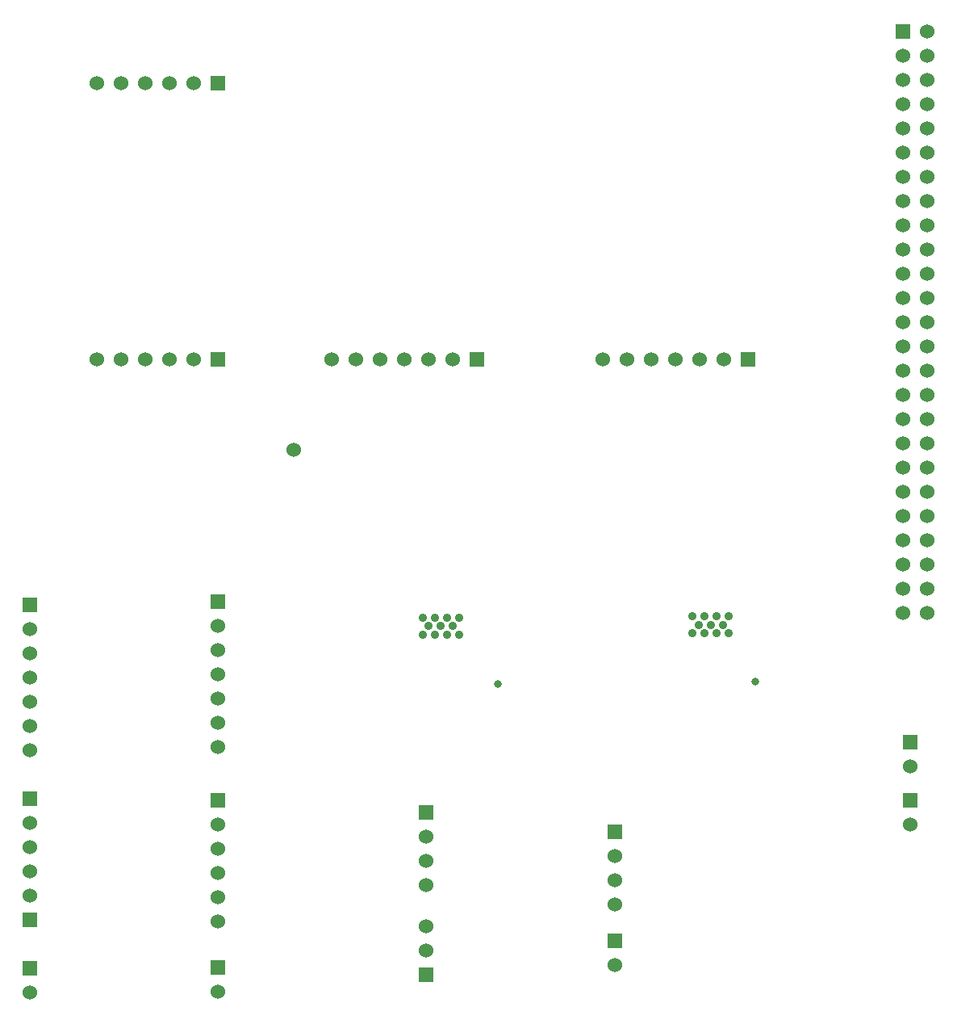
<source format=gbs>
G04 (created by PCBNEW (2013-05-18 BZR 4017)-stable) date Tue 16 Dec 2014 16:28:55 GMT*
%MOIN*%
G04 Gerber Fmt 3.4, Leading zero omitted, Abs format*
%FSLAX34Y34*%
G01*
G70*
G90*
G04 APERTURE LIST*
%ADD10C,0.00590551*%
%ADD11C,0.0315*%
%ADD12C,0.06*%
%ADD13R,0.06X0.06*%
%ADD14C,0.0354*%
G04 APERTURE END LIST*
G54D10*
G54D11*
X52150Y-46600D03*
X62800Y-46500D03*
G54D12*
X43708Y-36904D03*
G54D13*
X40600Y-43200D03*
G54D12*
X40600Y-44200D03*
X40600Y-45200D03*
X40600Y-46200D03*
X40600Y-47200D03*
X40600Y-48200D03*
X40600Y-49200D03*
G54D13*
X32829Y-43313D03*
G54D12*
X32829Y-44313D03*
X32829Y-45313D03*
X32829Y-46313D03*
X32829Y-47313D03*
X32829Y-48313D03*
X32829Y-49313D03*
G54D13*
X62500Y-33200D03*
G54D12*
X61500Y-33200D03*
X60500Y-33200D03*
X59500Y-33200D03*
X58500Y-33200D03*
X57500Y-33200D03*
X56500Y-33200D03*
G54D13*
X51300Y-33200D03*
G54D12*
X50300Y-33200D03*
X49300Y-33200D03*
X48300Y-33200D03*
X47300Y-33200D03*
X46300Y-33200D03*
X45300Y-33200D03*
G54D13*
X40600Y-21800D03*
G54D12*
X39600Y-21800D03*
X38600Y-21800D03*
X37600Y-21800D03*
X36600Y-21800D03*
X35600Y-21800D03*
G54D13*
X57000Y-52700D03*
G54D12*
X57000Y-53700D03*
X57000Y-54700D03*
X57000Y-55700D03*
G54D13*
X49200Y-51900D03*
G54D12*
X49200Y-52900D03*
X49200Y-53900D03*
X49200Y-54900D03*
G54D13*
X32829Y-58313D03*
G54D12*
X32829Y-59313D03*
G54D13*
X57000Y-57200D03*
G54D12*
X57000Y-58200D03*
G54D13*
X69200Y-51400D03*
G54D12*
X69200Y-52400D03*
G54D13*
X69200Y-49000D03*
G54D12*
X69200Y-50000D03*
G54D13*
X68874Y-19639D03*
G54D12*
X69874Y-19639D03*
X68874Y-24639D03*
X69874Y-20639D03*
X68874Y-25639D03*
X69874Y-21639D03*
X68874Y-26639D03*
X69874Y-22639D03*
X68874Y-27639D03*
X69874Y-23639D03*
X68874Y-28639D03*
X69874Y-24639D03*
X68874Y-29639D03*
X69874Y-25639D03*
X68874Y-30639D03*
X69874Y-26639D03*
X68874Y-31639D03*
X69874Y-27639D03*
X68874Y-32639D03*
X69874Y-28639D03*
X68874Y-33639D03*
X69874Y-29639D03*
X68874Y-34639D03*
X69874Y-30639D03*
X69874Y-31639D03*
X68874Y-35639D03*
X69874Y-32639D03*
X69874Y-34639D03*
X69874Y-35639D03*
X69874Y-36639D03*
X69874Y-37639D03*
X68874Y-36639D03*
X68874Y-37639D03*
X68874Y-20639D03*
X68874Y-21639D03*
X68874Y-22639D03*
X68874Y-23639D03*
X68874Y-38639D03*
X69874Y-38639D03*
X69874Y-33639D03*
X68874Y-39639D03*
X69874Y-39639D03*
X68874Y-40639D03*
X69874Y-40639D03*
X68874Y-41639D03*
X69874Y-41639D03*
X68874Y-42639D03*
X69874Y-42639D03*
X68874Y-43639D03*
X69874Y-43639D03*
G54D13*
X32829Y-51313D03*
G54D12*
X32829Y-52313D03*
X32829Y-53313D03*
X32829Y-54313D03*
G54D13*
X32829Y-56313D03*
G54D12*
X32829Y-55313D03*
G54D13*
X40600Y-33200D03*
G54D12*
X39600Y-33200D03*
X38600Y-33200D03*
X37600Y-33200D03*
X36600Y-33200D03*
X35600Y-33200D03*
G54D13*
X40600Y-51400D03*
G54D12*
X40600Y-52400D03*
X40600Y-53400D03*
X40600Y-54400D03*
X40600Y-55400D03*
X40600Y-56400D03*
G54D13*
X49200Y-58600D03*
G54D12*
X49200Y-57600D03*
X49200Y-56600D03*
G54D13*
X40600Y-58300D03*
G54D12*
X40600Y-59300D03*
G54D14*
X49050Y-43850D03*
X49550Y-43850D03*
X50050Y-43850D03*
X50550Y-43850D03*
X49300Y-44200D03*
X49800Y-44200D03*
X50300Y-44200D03*
X49050Y-44550D03*
X49550Y-44550D03*
X50050Y-44550D03*
X50550Y-44550D03*
X60200Y-43800D03*
X60700Y-43800D03*
X61200Y-43800D03*
X61700Y-43800D03*
X60450Y-44150D03*
X60950Y-44150D03*
X61450Y-44150D03*
X60200Y-44500D03*
X60700Y-44500D03*
X61200Y-44500D03*
X61700Y-44500D03*
M02*

</source>
